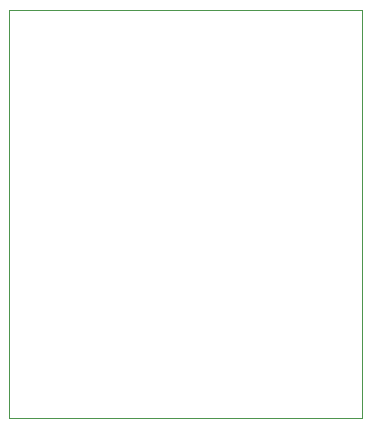
<source format=gbr>
%TF.GenerationSoftware,KiCad,Pcbnew,(5.1.9)-1*%
%TF.CreationDate,2021-03-05T23:35:59-06:00*%
%TF.ProjectId,OpeNITHM-Tower-Extenders__Main-Body,4f70654e-4954-4484-9d2d-546f7765722d,rev?*%
%TF.SameCoordinates,Original*%
%TF.FileFunction,Profile,NP*%
%FSLAX46Y46*%
G04 Gerber Fmt 4.6, Leading zero omitted, Abs format (unit mm)*
G04 Created by KiCad (PCBNEW (5.1.9)-1) date 2021-03-05 23:35:59*
%MOMM*%
%LPD*%
G01*
G04 APERTURE LIST*
%TA.AperFunction,Profile*%
%ADD10C,0.050000*%
%TD*%
G04 APERTURE END LIST*
D10*
X59560000Y-78500000D02*
X59560000Y-43940000D01*
X89460000Y-78500000D02*
X59560000Y-78500000D01*
X89460000Y-43940000D02*
X89460000Y-78500000D01*
X59560000Y-43940000D02*
X89460000Y-43940000D01*
M02*

</source>
